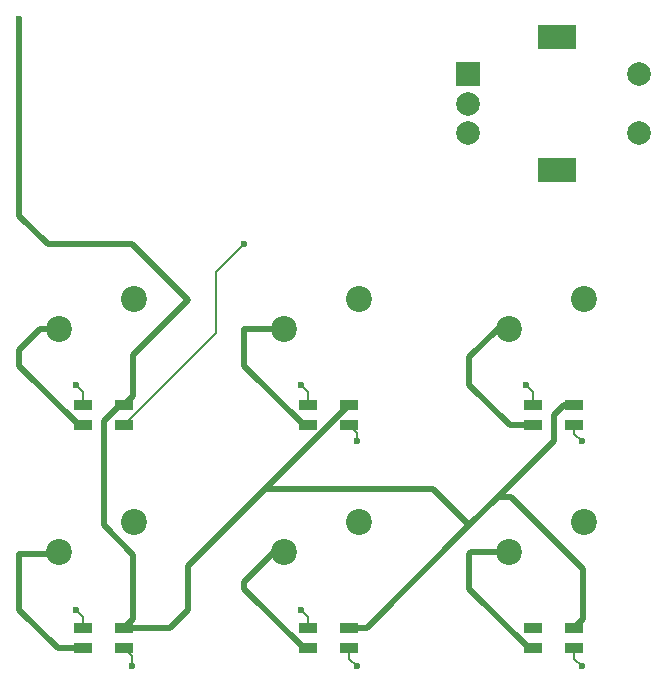
<source format=gbr>
%TF.GenerationSoftware,KiCad,Pcbnew,9.0.6*%
%TF.CreationDate,2025-12-24T13:36:19+01:00*%
%TF.ProjectId,Macropad,4d616372-6f70-4616-942e-6b696361645f,rev?*%
%TF.SameCoordinates,Original*%
%TF.FileFunction,Copper,L1,Top*%
%TF.FilePolarity,Positive*%
%FSLAX46Y46*%
G04 Gerber Fmt 4.6, Leading zero omitted, Abs format (unit mm)*
G04 Created by KiCad (PCBNEW 9.0.6) date 2025-12-24 13:36:19*
%MOMM*%
%LPD*%
G01*
G04 APERTURE LIST*
%TA.AperFunction,ComponentPad*%
%ADD10C,2.200000*%
%TD*%
%TA.AperFunction,SMDPad,CuDef*%
%ADD11R,1.600000X0.850000*%
%TD*%
%TA.AperFunction,ComponentPad*%
%ADD12R,2.000000X2.000000*%
%TD*%
%TA.AperFunction,ComponentPad*%
%ADD13C,2.000000*%
%TD*%
%TA.AperFunction,ComponentPad*%
%ADD14R,3.200000X2.000000*%
%TD*%
%TA.AperFunction,ViaPad*%
%ADD15C,0.600000*%
%TD*%
%TA.AperFunction,Conductor*%
%ADD16C,0.500000*%
%TD*%
%TA.AperFunction,Conductor*%
%ADD17C,0.200000*%
%TD*%
G04 APERTURE END LIST*
D10*
%TO.P,SW3,1,1*%
%TO.N,Net-(U1-GPIO3{slash}MOSI)*%
X178752500Y-83185000D03*
%TO.P,SW3,2,2*%
%TO.N,GND*%
X172402500Y-85725000D03*
%TD*%
D11*
%TO.P,D3,1,DOUT*%
%TO.N,Net-(D3-DOUT)*%
X174462500Y-92152500D03*
%TO.P,D3,2,VSS*%
%TO.N,GND*%
X174462500Y-93902500D03*
%TO.P,D3,3,DIN*%
%TO.N,Net-(D2-DOUT)*%
X177962500Y-93902500D03*
%TO.P,D3,4,VDD*%
%TO.N,+5V*%
X177962500Y-92152500D03*
%TD*%
D12*
%TO.P,SW7,A,A*%
%TO.N,Net-(U1-GPIO28{slash}ADC2{slash}A2)*%
X188012500Y-64175000D03*
D13*
%TO.P,SW7,B,B*%
%TO.N,Net-(U1-GPIO27{slash}ADC1{slash}A1)*%
X188012500Y-69175000D03*
%TO.P,SW7,C,C*%
%TO.N,GND*%
X188012500Y-66675000D03*
D14*
%TO.P,SW7,MP*%
%TO.N,N/C*%
X195512500Y-61075000D03*
X195512500Y-72275000D03*
D13*
%TO.P,SW7,S1,S1*%
%TO.N,GND*%
X202512500Y-69175000D03*
%TO.P,SW7,S2,S2*%
%TO.N,Net-(U1-GPIO26{slash}ADC0{slash}A0)*%
X202512500Y-64175000D03*
%TD*%
D11*
%TO.P,D4,1,DOUT*%
%TO.N,Net-(D4-DOUT)*%
X174462500Y-111043750D03*
%TO.P,D4,2,VSS*%
%TO.N,GND*%
X174462500Y-112793750D03*
%TO.P,D4,3,DIN*%
%TO.N,Net-(D3-DOUT)*%
X177962500Y-112793750D03*
%TO.P,D4,4,VDD*%
%TO.N,+5V*%
X177962500Y-111043750D03*
%TD*%
D10*
%TO.P,SW2,1,1*%
%TO.N,Net-(U1-GPIO2{slash}SCK)*%
X159702500Y-102076250D03*
%TO.P,SW2,2,2*%
%TO.N,GND*%
X153352500Y-104616250D03*
%TD*%
%TO.P,SW4,1,1*%
%TO.N,Net-(U1-GPIO4{slash}MISO)*%
X178752500Y-102076250D03*
%TO.P,SW4,2,2*%
%TO.N,GND*%
X172402500Y-104616250D03*
%TD*%
%TO.P,SW6,1,1*%
%TO.N,Net-(U1-GPIO7{slash}SCL)*%
X197802500Y-102076250D03*
%TO.P,SW6,2,2*%
%TO.N,GND*%
X191452500Y-104616250D03*
%TD*%
D11*
%TO.P,D6,1,DOUT*%
%TO.N,unconnected-(D6-DOUT-Pad1)*%
X193512500Y-111043750D03*
%TO.P,D6,2,VSS*%
%TO.N,GND*%
X193512500Y-112793750D03*
%TO.P,D6,3,DIN*%
%TO.N,Net-(D5-DOUT)*%
X197012500Y-112793750D03*
%TO.P,D6,4,VDD*%
%TO.N,+5V*%
X197012500Y-111043750D03*
%TD*%
%TO.P,D1,1,DOUT*%
%TO.N,Net-(D1-DOUT)*%
X155412500Y-92152500D03*
%TO.P,D1,2,VSS*%
%TO.N,GND*%
X155412500Y-93902500D03*
%TO.P,D1,3,DIN*%
%TO.N,Net-(D1-DIN)*%
X158912500Y-93902500D03*
%TO.P,D1,4,VDD*%
%TO.N,+5V*%
X158912500Y-92152500D03*
%TD*%
D10*
%TO.P,SW5,1,1*%
%TO.N,Net-(U1-GPIO6{slash}SDA)*%
X197802500Y-83185000D03*
%TO.P,SW5,2,2*%
%TO.N,GND*%
X191452500Y-85725000D03*
%TD*%
%TO.P,SW1,1,1*%
%TO.N,Net-(U1-GPIO1{slash}RX)*%
X159702500Y-83185000D03*
%TO.P,SW1,2,2*%
%TO.N,GND*%
X153352500Y-85725000D03*
%TD*%
D11*
%TO.P,D5,1,DOUT*%
%TO.N,Net-(D5-DOUT)*%
X193512500Y-92152500D03*
%TO.P,D5,2,VSS*%
%TO.N,GND*%
X193512500Y-93902500D03*
%TO.P,D5,3,DIN*%
%TO.N,Net-(D4-DOUT)*%
X197012500Y-93902500D03*
%TO.P,D5,4,VDD*%
%TO.N,+5V*%
X197012500Y-92152500D03*
%TD*%
%TO.P,D2,1,DOUT*%
%TO.N,Net-(D2-DOUT)*%
X155412500Y-111043750D03*
%TO.P,D2,2,VSS*%
%TO.N,GND*%
X155412500Y-112793750D03*
%TO.P,D2,3,DIN*%
%TO.N,Net-(D1-DOUT)*%
X158912500Y-112793750D03*
%TO.P,D2,4,VDD*%
%TO.N,+5V*%
X158912500Y-111043750D03*
%TD*%
D15*
%TO.N,+5V*%
X150018750Y-59531250D03*
%TO.N,Net-(D1-DIN)*%
X169068750Y-78581250D03*
%TO.N,Net-(D1-DOUT)*%
X159543750Y-114300000D03*
X154781250Y-90487500D03*
%TO.N,Net-(D2-DOUT)*%
X178593750Y-95250000D03*
X154781250Y-109537500D03*
%TO.N,Net-(D3-DOUT)*%
X178593750Y-114300000D03*
X173831250Y-90487500D03*
%TO.N,Net-(D4-DOUT)*%
X173831250Y-109537500D03*
X197643750Y-95250000D03*
%TO.N,Net-(D5-DOUT)*%
X192881250Y-90487500D03*
X197643750Y-114300000D03*
%TD*%
D16*
%TO.N,+5V*%
X150018750Y-76200000D02*
X152400000Y-78581250D01*
X170776250Y-99338750D02*
X185063750Y-99338750D01*
X159663500Y-87986500D02*
X159663500Y-91401500D01*
X159663500Y-91401500D02*
X158912500Y-92152500D01*
X197012500Y-92152500D02*
X196138500Y-92152500D01*
X195262500Y-95250000D02*
X190500000Y-100012500D01*
X196138500Y-92152500D02*
X195262500Y-93028500D01*
X158912500Y-92152500D02*
X158537500Y-92152500D01*
X164306250Y-105808750D02*
X165340000Y-104775000D01*
X157162500Y-102393750D02*
X159663500Y-104894750D01*
X179468750Y-111043750D02*
X188118750Y-102393750D01*
X191655698Y-100012500D02*
X190500000Y-100012500D01*
X197012500Y-111043750D02*
X197763500Y-110292750D01*
X158537500Y-92152500D02*
X157162500Y-93527500D01*
X197763500Y-106120302D02*
X191655698Y-100012500D01*
X157162500Y-93527500D02*
X157162500Y-102393750D01*
X159543750Y-78581250D02*
X164306250Y-83343750D01*
X170776250Y-99338750D02*
X177962500Y-92152500D01*
X150018750Y-59531250D02*
X150018750Y-76200000D01*
X159663500Y-110292750D02*
X158912500Y-111043750D01*
X158912500Y-111043750D02*
X162800000Y-111043750D01*
X164306250Y-109537500D02*
X164306250Y-105808750D01*
X152400000Y-78581250D02*
X159543750Y-78581250D01*
X159663500Y-104894750D02*
X159663500Y-110292750D01*
X195262500Y-93028500D02*
X195262500Y-95250000D01*
X188118750Y-102393750D02*
X190500000Y-100012500D01*
X164306250Y-83343750D02*
X159663500Y-87986500D01*
X197763500Y-110292750D02*
X197763500Y-106120302D01*
X165340000Y-104775000D02*
X170776250Y-99338750D01*
X162800000Y-111043750D02*
X164306250Y-109537500D01*
X177962500Y-111043750D02*
X179468750Y-111043750D01*
X185063750Y-99338750D02*
X188118750Y-102393750D01*
D17*
%TO.N,Net-(D1-DIN)*%
X158912500Y-93902500D02*
X166687500Y-86127500D01*
X166687500Y-86127500D02*
X166687500Y-83343750D01*
X166687500Y-80962500D02*
X169068750Y-78581250D01*
X166687500Y-83343750D02*
X166687500Y-80962500D01*
%TO.N,Net-(D1-DOUT)*%
X155412500Y-92152500D02*
X155412500Y-91118750D01*
X159543750Y-114300000D02*
X159543750Y-113425000D01*
X155412500Y-91118750D02*
X154781250Y-90487500D01*
X159543750Y-113425000D02*
X158912500Y-112793750D01*
D16*
%TO.N,GND*%
X153352500Y-85725000D02*
X151796866Y-85725000D01*
X188118750Y-88106250D02*
X190500000Y-85725000D01*
X150018750Y-104775000D02*
X153193750Y-104775000D01*
X191533750Y-93902500D02*
X188118750Y-90487500D01*
X171608750Y-104616250D02*
X172402500Y-104616250D01*
X190500000Y-85725000D02*
X191452500Y-85725000D01*
X188118750Y-90487500D02*
X188118750Y-88106250D01*
X169068750Y-88883750D02*
X169068750Y-85725000D01*
X188118750Y-104775000D02*
X188277500Y-104616250D01*
X174087500Y-93902500D02*
X169068750Y-88883750D01*
X188277500Y-104616250D02*
X191452500Y-104616250D01*
X155035500Y-93902500D02*
X155412500Y-93902500D01*
X174462500Y-93902500D02*
X174087500Y-93902500D01*
X174462500Y-112793750D02*
X174085500Y-112793750D01*
X193512500Y-112793750D02*
X193137500Y-112793750D01*
X174085500Y-112793750D02*
X169068750Y-107777000D01*
X193512500Y-93902500D02*
X191533750Y-93902500D01*
X153275000Y-112793750D02*
X150018750Y-109537500D01*
X151796866Y-85725000D02*
X150018750Y-87503116D01*
X150018750Y-109537500D02*
X150018750Y-104775000D01*
X153193750Y-104775000D02*
X153352500Y-104616250D01*
X150018750Y-88885750D02*
X155035500Y-93902500D01*
X169068750Y-107156250D02*
X171608750Y-104616250D01*
X193137500Y-112793750D02*
X188118750Y-107775000D01*
X188118750Y-107775000D02*
X188118750Y-104775000D01*
X150018750Y-87503116D02*
X150018750Y-88885750D01*
X155412500Y-112793750D02*
X153275000Y-112793750D01*
X169068750Y-107777000D02*
X169068750Y-107156250D01*
X169068750Y-85725000D02*
X172402500Y-85725000D01*
D17*
%TO.N,Net-(D2-DOUT)*%
X178593750Y-95250000D02*
X178593750Y-94533750D01*
X178593750Y-94533750D02*
X177962500Y-93902500D01*
X155412500Y-111043750D02*
X155412500Y-110168750D01*
X155412500Y-110168750D02*
X154781250Y-109537500D01*
%TO.N,Net-(D3-DOUT)*%
X174462500Y-92152500D02*
X174462500Y-91118750D01*
X174462500Y-91118750D02*
X173831250Y-90487500D01*
X177962500Y-113668750D02*
X178593750Y-114300000D01*
X177962500Y-112793750D02*
X177962500Y-113668750D01*
%TO.N,Net-(D4-DOUT)*%
X174462500Y-111043750D02*
X174462500Y-110168750D01*
X197012500Y-94618750D02*
X197643750Y-95250000D01*
X174462500Y-110168750D02*
X173831250Y-109537500D01*
X197012500Y-93902500D02*
X197012500Y-94618750D01*
%TO.N,Net-(D5-DOUT)*%
X197012500Y-112793750D02*
X197012500Y-113668750D01*
X197012500Y-113668750D02*
X197643750Y-114300000D01*
X193512500Y-92152500D02*
X193512500Y-91118750D01*
X193512500Y-91118750D02*
X192881250Y-90487500D01*
%TD*%
M02*

</source>
